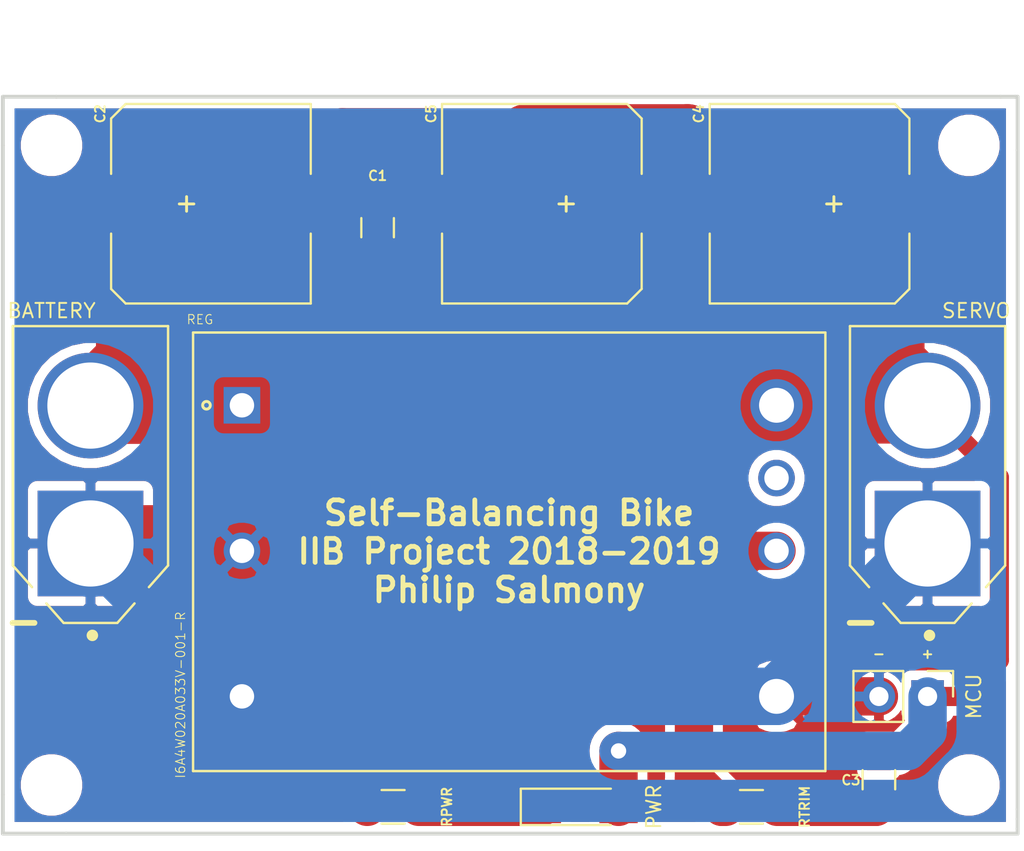
<source format=kicad_pcb>
(kicad_pcb (version 20171130) (host pcbnew "(5.0.2)-1")
  (layers (0 F.Cu signal) (31 B.Cu signal) (34 B.Paste user) (35 F.Paste user) (36 B.SilkS user) (37 F.SilkS user) (38 B.Mask user) (39 F.Mask user) (44 Edge.Cuts user))
  (net 0 "")
  (net 1 GND)
  (net 2 VCC)
  (net 3 +12V)
  (net 4 "Net-(PWR1-Pad1)")
  (net 5 "Net-(RTRIM1-Pad2)")
  (module Mounting_Holes:MountingHole_2.2mm_M2 (layer F.Cu) (at 75.438 58.293)
    (fp_text reference "" (at 0 -3.2) (layer F.SilkS))
    (fp_text value "")
    (pad 1 np_thru_hole circle (at 0 0) (size 2.2 2.2) (drill 2.2) (layers *.Cu *.Mask))
  )
  (module Mounting_Holes:MountingHole_2.2mm_M2 (layer F.Cu) (at 27.559 58.293)
    (fp_text reference "" (at 0 -3.2) (layer F.SilkS))
    (fp_text value "")
    (pad 1 np_thru_hole circle (at 0 0) (size 2.2 2.2) (drill 2.2) (layers *.Cu *.Mask))
  )
  (module Mounting_Holes:MountingHole_2.2mm_M2 (layer F.Cu) (at 75.438 24.892)
    (fp_text reference "" (at 0 -3.2) (layer F.SilkS))
    (fp_text value "")
    (pad 1 np_thru_hole circle (at 0 0) (size 2.2 2.2) (drill 2.2) (layers *.Cu *.Mask))
  )
  (module XT60-M:AMASS_XT60-M (layer F.Cu) (at 29.591 42.081 90)
    (fp_text reference BATTERY (at 8.553 -2.032 180) (layer F.SilkS) (effects (font (size 0.75 0.75) (thickness 0.1))))
    (fp_text value "" (at -4.92836 4.9684 90) (layer F.SilkS) (effects (font (size 1.00069 1.00069) (thickness 0.05))))
    (fp_line (start -4.75 -4.05) (end 7.75 -4.05) (layer F.SilkS) (width 0.127))
    (fp_line (start 7.75 -4.05) (end 7.75 4.05) (layer F.SilkS) (width 0.127))
    (fp_line (start 7.75 4.05) (end -4.75 4.05) (layer F.SilkS) (width 0.127))
    (fp_line (start -7.75 1.4) (end -7.75 -1.4) (layer F.SilkS) (width 0.127))
    (fp_line (start -4.75 -4.05) (end -5.88 -3.05) (layer F.SilkS) (width 0.127))
    (fp_line (start -7.75 -1.4) (end -6.73 -2.3) (layer F.SilkS) (width 0.127))
    (fp_line (start -4.75 4.05) (end -5.88 3.05) (layer F.SilkS) (width 0.127))
    (fp_line (start -7.75 1.4) (end -6.73 2.3) (layer F.SilkS) (width 0.127))
    (fp_circle (center -8.4 0.1) (end -8.25 0.1) (layer F.SilkS) (width 0.3))
    (pad 1 thru_hole rect (at -3.6 0 90) (size 5.516 5.516) (drill 4.5) (layers *.Cu *.Mask) (net 1 GND))
    (pad 2 thru_hole circle (at 3.6 0 90) (size 5.516 5.516) (drill 4.5) (layers *.Cu *.Mask) (net 2 VCC))
  )
  (module Capacitors_SMD:C_0805_HandSoldering (layer F.Cu) (at 44.577 29.19 90)
    (fp_text reference C1 (at 2.7105 0 180) (layer F.SilkS) (effects (font (size 0.5 0.5) (thickness 0.1))))
    (fp_text value "")
    (fp_line (start -0.5 0.85) (end 0.5 0.85) (layer F.SilkS) (width 0.12))
    (fp_line (start 0.5 -0.85) (end -0.5 -0.85) (layer F.SilkS) (width 0.12))
    (pad 2 smd rect (at 1.25 0 90) (size 1.5 1.25) (layers F.Cu F.Paste F.Mask) (net 1 GND))
    (pad 1 smd rect (at -1.25 0 90) (size 1.5 1.25) (layers F.Cu F.Paste F.Mask) (net 2 VCC))
  )
  (module Capacitors_SMD:CP_Elec_10x10 (layer F.Cu) (at 35.878 27.94)
    (fp_text reference C2 (at -5.779 -4.699 90) (layer F.SilkS) (effects (font (size 0.5 0.5) (thickness 0.1))))
    (fp_text value "")
    (fp_line (start -4.45 -5.21) (end 5.21 -5.21) (layer F.SilkS) (width 0.12))
    (fp_line (start -5.21 -4.45) (end -4.45 -5.21) (layer F.SilkS) (width 0.12))
    (fp_line (start -4.45 5.21) (end -5.21 4.45) (layer F.SilkS) (width 0.12))
    (fp_line (start 5.21 5.21) (end -4.45 5.21) (layer F.SilkS) (width 0.12))
    (fp_line (start 5.21 -5.21) (end 5.21 -1.56) (layer F.SilkS) (width 0.12))
    (fp_line (start 5.21 5.21) (end 5.21 1.56) (layer F.SilkS) (width 0.12))
    (fp_line (start -5.21 4.45) (end -5.21 1.56) (layer F.SilkS) (width 0.12))
    (fp_line (start -5.21 -4.45) (end -5.21 -1.56) (layer F.SilkS) (width 0.12))
    (fp_text user + (at -1.2705 -0.0635) (layer F.SilkS))
    (pad 2 smd rect (at 4 0 180) (size 4 2.5) (layers F.Cu F.Paste F.Mask) (net 1 GND))
    (pad 1 smd rect (at -4 0 180) (size 4 2.5) (layers F.Cu F.Paste F.Mask) (net 2 VCC))
  )
  (module Capacitors_SMD:C_0805_HandSoldering (layer F.Cu) (at 70.739 58.019 270)
    (fp_text reference C3 (at 0.02 1.4605) (layer F.SilkS) (effects (font (size 0.5 0.5) (thickness 0.1))))
    (fp_text value "")
    (fp_line (start 0.5 -0.85) (end -0.5 -0.85) (layer F.SilkS) (width 0.12))
    (fp_line (start -0.5 0.85) (end 0.5 0.85) (layer F.SilkS) (width 0.12))
    (pad 1 smd rect (at -1.25 0 270) (size 1.5 1.25) (layers F.Cu F.Paste F.Mask) (net 3 +12V))
    (pad 2 smd rect (at 1.25 0 270) (size 1.5 1.25) (layers F.Cu F.Paste F.Mask) (net 1 GND))
  )
  (module Capacitors_SMD:CP_Elec_10x10 (layer F.Cu) (at 67.12 27.94 180)
    (fp_text reference C4 (at 5.779 4.699 270) (layer F.SilkS) (effects (font (size 0.5 0.5) (thickness 0.1))))
    (fp_text value "")
    (fp_text user + (at -1.2695 0.0635 180) (layer F.SilkS))
    (fp_line (start -5.21 -4.45) (end -5.21 -1.56) (layer F.SilkS) (width 0.12))
    (fp_line (start -5.21 4.45) (end -5.21 1.56) (layer F.SilkS) (width 0.12))
    (fp_line (start 5.21 5.21) (end 5.21 1.56) (layer F.SilkS) (width 0.12))
    (fp_line (start 5.21 -5.21) (end 5.21 -1.56) (layer F.SilkS) (width 0.12))
    (fp_line (start 5.21 5.21) (end -4.45 5.21) (layer F.SilkS) (width 0.12))
    (fp_line (start -4.45 5.21) (end -5.21 4.45) (layer F.SilkS) (width 0.12))
    (fp_line (start -5.21 -4.45) (end -4.45 -5.21) (layer F.SilkS) (width 0.12))
    (fp_line (start -4.45 -5.21) (end 5.21 -5.21) (layer F.SilkS) (width 0.12))
    (pad 1 smd rect (at -4 0) (size 4 2.5) (layers F.Cu F.Paste F.Mask) (net 3 +12V))
    (pad 2 smd rect (at 4 0) (size 4 2.5) (layers F.Cu F.Paste F.Mask) (net 1 GND))
  )
  (module Capacitors_SMD:CP_Elec_10x10 (layer F.Cu) (at 53.149 27.94 180)
    (fp_text reference C5 (at 5.778 4.699 270) (layer F.SilkS) (effects (font (size 0.5 0.5) (thickness 0.1))))
    (fp_text value "")
    (fp_line (start -4.45 -5.21) (end 5.21 -5.21) (layer F.SilkS) (width 0.12))
    (fp_line (start -5.21 -4.45) (end -4.45 -5.21) (layer F.SilkS) (width 0.12))
    (fp_line (start -4.45 5.21) (end -5.21 4.45) (layer F.SilkS) (width 0.12))
    (fp_line (start 5.21 5.21) (end -4.45 5.21) (layer F.SilkS) (width 0.12))
    (fp_line (start 5.21 -5.21) (end 5.21 -1.56) (layer F.SilkS) (width 0.12))
    (fp_line (start 5.21 5.21) (end 5.21 1.56) (layer F.SilkS) (width 0.12))
    (fp_line (start -5.21 4.45) (end -5.21 1.56) (layer F.SilkS) (width 0.12))
    (fp_line (start -5.21 -4.45) (end -5.21 -1.56) (layer F.SilkS) (width 0.12))
    (fp_text user + (at -1.2705 0.0635 180) (layer F.SilkS))
    (pad 2 smd rect (at 4 0) (size 4 2.5) (layers F.Cu F.Paste F.Mask) (net 1 GND))
    (pad 1 smd rect (at -4 0) (size 4 2.5) (layers F.Cu F.Paste F.Mask) (net 3 +12V))
  )
  (module Pin_Headers:Pin_Header_Straight_1x02_Pitch2.54mm (layer F.Cu) (at 73.279 53.6702 270)
    (fp_text reference MCU (at 0 -2.413 270) (layer F.SilkS) (effects (font (size 0.75 0.75) (thickness 0.1))))
    (fp_text value "")
    (fp_line (start -1.33 -1.33) (end 0 -1.33) (layer F.SilkS) (width 0.12))
    (fp_line (start -1.33 0) (end -1.33 -1.33) (layer F.SilkS) (width 0.12))
    (fp_line (start -1.33 1.27) (end 1.33 1.27) (layer F.SilkS) (width 0.12))
    (fp_line (start 1.33 1.27) (end 1.33 3.87) (layer F.SilkS) (width 0.12))
    (fp_line (start -1.33 1.27) (end -1.33 3.87) (layer F.SilkS) (width 0.12))
    (fp_line (start -1.33 3.87) (end 1.33 3.87) (layer F.SilkS) (width 0.12))
    (pad 2 thru_hole oval (at 0 2.54 270) (size 1.7 1.7) (drill 1) (layers *.Cu *.Mask) (net 1 GND))
    (pad 1 thru_hole rect (at 0 0 270) (size 1.7 1.7) (drill 1) (layers *.Cu *.Mask) (net 3 +12V))
  )
  (module LEDs:LED_1206_HandSoldering (layer F.Cu) (at 55.15 59.436)
    (fp_text reference PWR (at 3.8415 0 90) (layer F.SilkS) (effects (font (size 0.75 0.75) (thickness 0.1))))
    (fp_text value "")
    (fp_line (start -3.1 -0.95) (end 1.6 -0.95) (layer F.SilkS) (width 0.12))
    (fp_line (start -3.1 0.95) (end 1.6 0.95) (layer F.SilkS) (width 0.12))
    (fp_line (start -3.1 -0.95) (end -3.1 0.95) (layer F.SilkS) (width 0.12))
    (pad 2 smd rect (at 2 0) (size 2 1.7) (layers F.Cu F.Paste F.Mask) (net 3 +12V))
    (pad 1 smd rect (at -2 0) (size 2 1.7) (layers F.Cu F.Paste F.Mask) (net 4 "Net-(PWR1-Pad1)"))
  )
  (module Resistors_SMD:R_0805_HandSoldering (layer F.Cu) (at 45.386 59.436)
    (fp_text reference RPWR (at 2.8105 0 90) (layer F.SilkS) (effects (font (size 0.5 0.5) (thickness 0.1))))
    (fp_text value "")
    (fp_line (start 0.6 0.88) (end -0.6 0.88) (layer F.SilkS) (width 0.12))
    (fp_line (start -0.6 -0.88) (end 0.6 -0.88) (layer F.SilkS) (width 0.12))
    (pad 1 smd rect (at -1.35 0) (size 1.5 1.3) (layers F.Cu F.Paste F.Mask) (net 1 GND))
    (pad 2 smd rect (at 1.35 0) (size 1.5 1.3) (layers F.Cu F.Paste F.Mask) (net 4 "Net-(PWR1-Pad1)"))
  )
  (module Resistors_SMD:R_0805_HandSoldering (layer F.Cu) (at 64.088 59.436 180)
    (fp_text reference RTRIM (at -2.7775 0 270) (layer F.SilkS) (effects (font (size 0.5 0.5) (thickness 0.1))))
    (fp_text value "")
    (fp_line (start -0.6 -0.88) (end 0.6 -0.88) (layer F.SilkS) (width 0.12))
    (fp_line (start 0.6 0.88) (end -0.6 0.88) (layer F.SilkS) (width 0.12))
    (pad 2 smd rect (at 1.35 0 180) (size 1.5 1.3) (layers F.Cu F.Paste F.Mask) (net 5 "Net-(RTRIM1-Pad2)"))
    (pad 1 smd rect (at -1.35 0 180) (size 1.5 1.3) (layers F.Cu F.Paste F.Mask) (net 1 GND))
  )
  (module XT60-M:AMASS_XT60-M (layer F.Cu) (at 73.279 42.081 90)
    (fp_text reference SERVO (at 8.553 2.54 180) (layer F.SilkS) (effects (font (size 0.75 0.75) (thickness 0.1))))
    (fp_text value "" (at -4.92836 4.9684 90) (layer F.SilkS) (effects (font (size 1.00069 1.00069) (thickness 0.05))))
    (fp_circle (center -8.4 0.1) (end -8.25 0.1) (layer F.SilkS) (width 0.3))
    (fp_line (start -7.75 1.4) (end -6.73 2.3) (layer F.SilkS) (width 0.127))
    (fp_line (start -4.75 4.05) (end -5.88 3.05) (layer F.SilkS) (width 0.127))
    (fp_line (start -7.75 -1.4) (end -6.73 -2.3) (layer F.SilkS) (width 0.127))
    (fp_line (start -4.75 -4.05) (end -5.88 -3.05) (layer F.SilkS) (width 0.127))
    (fp_line (start -7.75 1.4) (end -7.75 -1.4) (layer F.SilkS) (width 0.127))
    (fp_line (start 7.75 4.05) (end -4.75 4.05) (layer F.SilkS) (width 0.127))
    (fp_line (start 7.75 -4.05) (end 7.75 4.05) (layer F.SilkS) (width 0.127))
    (fp_line (start -4.75 -4.05) (end 7.75 -4.05) (layer F.SilkS) (width 0.127))
    (pad 2 thru_hole circle (at 3.6 0 90) (size 5.516 5.516) (drill 4.5) (layers *.Cu *.Mask) (net 3 +12V))
    (pad 1 thru_hole rect (at -3.6 0 90) (size 5.516 5.516) (drill 4.5) (layers *.Cu *.Mask) (net 1 GND))
  )
  (module I6A4W020A033V-001-R:TDK-LAMBDA_I6A4W020A033V-001-R (layer F.Cu) (at 51.446001 46.065001)
    (fp_text reference REG (at -16.140001 -12.0759) (layer F.SilkS) (effects (font (size 0.480841 0.480841) (thickness 0.05))))
    (fp_text value I6A4W020A033V-001-R (at -17.156001 7.528999 90) (layer F.SilkS) (effects (font (size 0.480798 0.480798) (thickness 0.05))))
    (fp_line (start -16.5 -11.4) (end 16.5 -11.4) (layer F.SilkS) (width 0.127))
    (fp_line (start 16.5 -11.4) (end 16.5 11.5) (layer F.SilkS) (width 0.127))
    (fp_line (start 16.5 11.5) (end -16.5 11.5) (layer F.SilkS) (width 0.127))
    (fp_line (start -16.5 11.5) (end -16.5 -11.4) (layer F.SilkS) (width 0.127))
    (fp_circle (center -15.8 -7.6) (end -15.6 -7.6) (layer F.SilkS) (width 0.1524))
    (pad 1 thru_hole rect (at -13.95 -7.6) (size 1.911 1.911) (drill 1.274) (layers *.Cu *.Mask) (net 2 VCC))
    (pad 2 thru_hole circle (at -13.95 0) (size 1.911 1.911) (drill 1.274) (layers *.Cu *.Mask) (net 1 GND))
    (pad 3 thru_hole circle (at -13.95 7.6) (size 1.911 1.911) (drill 1.274) (layers *.Cu *.Mask) (net 1 GND))
    (pad 4 thru_hole circle (at 13.95 7.6) (size 2.736 2.736) (drill 1.824) (layers *.Cu *.Mask) (net 1 GND))
    (pad 6 thru_hole circle (at 13.95 0) (size 1.911 1.911) (drill 1.274) (layers *.Cu *.Mask) (net 5 "Net-(RTRIM1-Pad2)"))
    (pad 7 thru_hole circle (at 13.95 -3.8) (size 1.911 1.911) (drill 1.274) (layers *.Cu *.Mask))
    (pad 8 thru_hole circle (at 13.95 -7.6) (size 2.736 2.736) (drill 1.824) (layers *.Cu *.Mask) (net 3 +12V))
  )
  (module Mounting_Holes:MountingHole_2.2mm_M2 (layer F.Cu) (at 27.559 24.892)
    (fp_text reference "" (at 0 -3.2) (layer F.SilkS))
    (fp_text value "")
    (pad 1 np_thru_hole circle (at 0 0) (size 2.2 2.2) (drill 2.2) (layers *.Cu *.Mask))
  )
  (gr_text "Self-Balancing Bike\nIIB Project 2018-2019\nPhilip Salmony" (at 51.435 46.101) (layer F.SilkS) (effects (font (size 1.25 1.25) (thickness 0.25))))
  (gr_text - (at 69.7865 49.7205) (layer F.SilkS) (effects (font (size 1.5 1.5) (thickness 0.3))))
  (gr_text - (at 26.0985 49.7205) (layer F.SilkS) (effects (font (size 1.5 1.5) (thickness 0.3))))
  (gr_text + (at 73.279 51.435) (layer F.SilkS) (effects (font (size 0.5 0.5) (thickness 0.1))))
  (gr_text - (at 70.739 51.435) (layer F.SilkS) (effects (font (size 0.5 0.5) (thickness 0.1))))
  (gr_line (start 25.019 60.833) (end 28.321 60.833) (layer Edge.Cuts) (width 0.2))
  (gr_line (start 25.019 58.801) (end 25.019 60.833) (layer Edge.Cuts) (width 0.2))
  (gr_line (start 25.019 24.892) (end 25.019 58.801) (layer Edge.Cuts) (width 0.2))
  (gr_line (start 77.978 60.833) (end 28.321 60.833) (layer Edge.Cuts) (width 0.2))
  (gr_line (start 77.978 60.579) (end 77.978 60.833) (layer Edge.Cuts) (width 0.2))
  (gr_line (start 77.978 60.071) (end 77.978 60.579) (layer Edge.Cuts) (width 0.2))
  (gr_line (start 77.978 59.563) (end 77.978 60.071) (layer Edge.Cuts) (width 0.2))
  (gr_line (start 77.978 25.146) (end 77.978 59.563) (layer Edge.Cuts) (width 0.2))
  (gr_line (start 77.978 22.352) (end 77.978 25.146) (layer Edge.Cuts) (width 0.2))
  (gr_line (start 77.851 22.352) (end 77.978 22.352) (layer Edge.Cuts) (width 0.2))
  (gr_line (start 77.089 22.352) (end 77.851 22.352) (layer Edge.Cuts) (width 0.2))
  (gr_line (start 27.813 22.352) (end 77.089 22.352) (layer Edge.Cuts) (width 0.2))
  (gr_line (start 25.019 22.352) (end 27.813 22.352) (layer Edge.Cuts) (width 0.2))
  (gr_line (start 25.019 24.892) (end 25.019 22.352) (layer Edge.Cuts) (width 0.2))
  (segment (start 37.112 45.681) (end 37.496001 46.065001) (width 4) (layer F.Cu) (net 1))
  (segment (start 29.591 45.681) (end 37.112 45.681) (width 4) (layer F.Cu) (net 1))
  (segment (start 37.496001 46.065001) (end 37.496001 53.665001) (width 4) (layer F.Cu) (net 1))
  (segment (start 39.878 27.94) (end 39.878 27.305) (width 3) (layer F.Cu) (net 1))
  (segment (start 39.878 27.305) (end 42.7355 24.4475) (width 3) (layer F.Cu) (net 1))
  (segment (start 42.7355 24.4475) (end 47.244 24.4475) (width 3) (layer F.Cu) (net 1))
  (segment (start 49.149 26.3525) (end 49.149 27.94) (width 3) (layer F.Cu) (net 1))
  (segment (start 47.244 24.4475) (end 49.149 26.3525) (width 3) (layer F.Cu) (net 1))
  (segment (start 39.878 27.94) (end 44.577 27.94) (width 2) (layer F.Cu) (net 1))
  (segment (start 44.577 27.94) (end 49.149 27.94) (width 2) (layer F.Cu) (net 1))
  (segment (start 63.12 26.6075) (end 63.12 27.94) (width 3) (layer F.Cu) (net 1))
  (segment (start 60.75249 24.23999) (end 63.12 26.6075) (width 3) (layer F.Cu) (net 1))
  (segment (start 52.34101 24.23999) (end 60.75249 24.23999) (width 3) (layer F.Cu) (net 1))
  (segment (start 49.149 27.94) (end 49.149 27.432) (width 3) (layer F.Cu) (net 1))
  (segment (start 49.149 27.432) (end 52.34101 24.23999) (width 3) (layer F.Cu) (net 1))
  (segment (start 70.733801 53.665001) (end 70.739 53.6702) (width 2) (layer F.Cu) (net 1))
  (segment (start 65.396001 53.665001) (end 70.733801 53.665001) (width 2) (layer F.Cu) (net 1))
  (segment (start 70.572 59.436) (end 70.739 59.269) (width 2) (layer F.Cu) (net 1))
  (segment (start 65.438 59.436) (end 70.572 59.436) (width 2) (layer F.Cu) (net 1))
  (segment (start 38.265001 53.665001) (end 44.036 59.436) (width 2) (layer F.Cu) (net 1))
  (segment (start 37.496001 53.665001) (end 38.265001 53.665001) (width 2) (layer F.Cu) (net 1))
  (segment (start 29.591 45.681) (end 29.591 46.99) (width 3) (layer B.Cu) (net 1))
  (segment (start 29.591 45.681) (end 29.6155 45.681) (width 3) (layer B.Cu) (net 1))
  (segment (start 29.6155 45.681) (end 33.909 49.9745) (width 3) (layer B.Cu) (net 1))
  (segment (start 68.9855 49.9745) (end 73.279 45.681) (width 3) (layer B.Cu) (net 1))
  (segment (start 33.909 49.9745) (end 68.9855 49.9745) (width 3) (layer B.Cu) (net 1))
  (segment (start 66.764 52.196) (end 68.9855 49.9745) (width 3) (layer B.Cu) (net 1))
  (segment (start 66.764 52.297002) (end 66.764 52.196) (width 3) (layer B.Cu) (net 1))
  (segment (start 65.396001 53.665001) (end 66.764 52.297002) (width 3) (layer B.Cu) (net 1))
  (segment (start 37.496001 53.665001) (end 65.396001 53.665001) (width 3) (layer B.Cu) (net 1))
  (segment (start 49.149 34.412002) (end 49.149 27.94) (width 4) (layer F.Cu) (net 1))
  (segment (start 37.496001 46.065001) (end 49.149 34.412002) (width 4) (layer F.Cu) (net 1))
  (segment (start 37.480002 38.481) (end 37.496001 38.465001) (width 4) (layer F.Cu) (net 2))
  (segment (start 29.591 38.481) (end 37.480002 38.481) (width 4) (layer F.Cu) (net 2))
  (segment (start 31.878 36.194) (end 29.591 38.481) (width 4) (layer F.Cu) (net 2))
  (segment (start 31.878 27.94) (end 31.878 36.194) (width 4) (layer F.Cu) (net 2))
  (segment (start 44.577 31.384002) (end 37.496001 38.465001) (width 2) (layer F.Cu) (net 2))
  (segment (start 44.577 30.44) (end 44.577 31.384002) (width 2) (layer F.Cu) (net 2))
  (segment (start 73.263001 38.465001) (end 73.279 38.481) (width 4) (layer F.Cu) (net 3))
  (segment (start 65.396001 38.465001) (end 73.263001 38.465001) (width 4) (layer F.Cu) (net 3))
  (segment (start 71.12 36.322) (end 73.279 38.481) (width 4) (layer F.Cu) (net 3))
  (segment (start 71.12 27.94) (end 71.12 36.322) (width 4) (layer F.Cu) (net 3))
  (segment (start 57.149 30.218) (end 65.396001 38.465001) (width 4) (layer F.Cu) (net 3))
  (segment (start 57.149 27.94) (end 57.149 30.218) (width 4) (layer F.Cu) (net 3))
  (segment (start 57.15 56.515) (end 57.15 56.515) (width 2) (layer F.Cu) (net 3))
  (segment (start 57.15 56.515) (end 72.263 56.515) (width 2) (layer B.Cu) (net 3))
  (segment (start 73.279 55.499) (end 73.279 53.6702) (width 2) (layer B.Cu) (net 3))
  (segment (start 72.263 56.515) (end 73.279 55.499) (width 2) (layer B.Cu) (net 3))
  (segment (start 75.129 53.6702) (end 77.0255 51.7737) (width 1) (layer F.Cu) (net 3))
  (segment (start 73.279 53.6702) (end 75.129 53.6702) (width 1) (layer F.Cu) (net 3))
  (segment (start 77.0255 42.2275) (end 73.279 38.481) (width 1) (layer F.Cu) (net 3))
  (segment (start 77.0255 51.7737) (end 77.0255 42.2275) (width 1) (layer F.Cu) (net 3))
  (segment (start 73.279 55.1815) (end 73.279 53.6702) (width 1) (layer F.Cu) (net 3))
  (segment (start 70.739 56.769) (end 71.6915 56.769) (width 1) (layer F.Cu) (net 3))
  (segment (start 71.6915 56.769) (end 73.279 55.1815) (width 1) (layer F.Cu) (net 3))
  (segment (start 57.15 56.515) (end 57.15 59.436) (width 2) (layer F.Cu) (net 3))
  (via (at 57.15 56.515) (size 1.2) (drill 0.8) (layers F.Cu B.Cu) (net 3))
  (segment (start 46.736 59.436) (end 53.15 59.436) (width 2) (layer F.Cu) (net 4))
  (segment (start 62.5475 59.436) (end 62.738 59.436) (width 2) (layer F.Cu) (net 5))
  (segment (start 61.087 57.9755) (end 62.5475 59.436) (width 2) (layer F.Cu) (net 5))
  (segment (start 61.087 49.022721) (end 61.087 57.9755) (width 2) (layer F.Cu) (net 5))
  (segment (start 65.396001 46.065001) (end 64.04472 46.065001) (width 2) (layer F.Cu) (net 5))
  (segment (start 64.04472 46.065001) (end 61.087 49.022721) (width 2) (layer F.Cu) (net 5))
  (zone (net 1) (net_name GND) (layer F.Cu) (connect_pads (clearance 0.508)) (min_thickness 0.05) (fill yes (mode segment) (arc_segments 32) (thermal_gap 0.508) (thermal_bridge_width 0.508))
    (polygon (pts (xy 25.019 22.352) (xy 77.978 22.352) (xy 77.978 60.833) (xy 25.019 60.833)))
  )
  (zone (net 1) (net_name GND) (layer B.Cu) (connect_pads (clearance 0.508)) (min_thickness 0.05) (fill yes (mode segment) (arc_segments 32) (thermal_gap 0.508) (thermal_bridge_width 0.508))
    (polygon (pts (xy 25.019 22.352) (xy 77.978 22.352) (xy 77.978 60.833) (xy 25.019 60.833)))
  )
)
</source>
